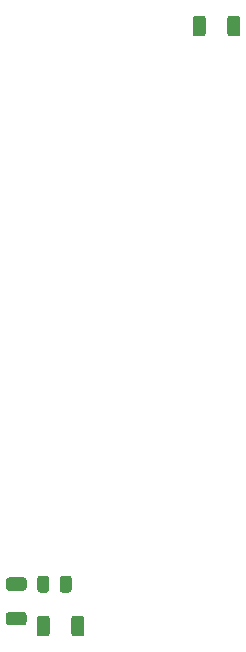
<source format=gbr>
%TF.GenerationSoftware,KiCad,Pcbnew,(5.1.9)-1*%
%TF.CreationDate,2021-09-20T18:56:34+02:00*%
%TF.ProjectId,deep blue delay,64656570-2062-46c7-9565-2064656c6179,rev?*%
%TF.SameCoordinates,Original*%
%TF.FileFunction,Paste,Top*%
%TF.FilePolarity,Positive*%
%FSLAX46Y46*%
G04 Gerber Fmt 4.6, Leading zero omitted, Abs format (unit mm)*
G04 Created by KiCad (PCBNEW (5.1.9)-1) date 2021-09-20 18:56:34*
%MOMM*%
%LPD*%
G01*
G04 APERTURE LIST*
G04 APERTURE END LIST*
%TO.C,R6*%
G36*
G01*
X32312500Y64125001D02*
X32312500Y62874999D01*
G75*
G02*
X32062501Y62625000I-249999J0D01*
G01*
X31437499Y62625000D01*
G75*
G02*
X31187500Y62874999I0J249999D01*
G01*
X31187500Y64125001D01*
G75*
G02*
X31437499Y64375000I249999J0D01*
G01*
X32062501Y64375000D01*
G75*
G02*
X32312500Y64125001I0J-249999D01*
G01*
G37*
G36*
G01*
X35237500Y64125001D02*
X35237500Y62874999D01*
G75*
G02*
X34987501Y62625000I-249999J0D01*
G01*
X34362499Y62625000D01*
G75*
G02*
X34112500Y62874999I0J249999D01*
G01*
X34112500Y64125001D01*
G75*
G02*
X34362499Y64375000I249999J0D01*
G01*
X34987501Y64375000D01*
G75*
G02*
X35237500Y64125001I0J-249999D01*
G01*
G37*
%TD*%
%TO.C,R14*%
G36*
G01*
X19104500Y13325001D02*
X19104500Y12074999D01*
G75*
G02*
X18854501Y11825000I-249999J0D01*
G01*
X18229499Y11825000D01*
G75*
G02*
X17979500Y12074999I0J249999D01*
G01*
X17979500Y13325001D01*
G75*
G02*
X18229499Y13575000I249999J0D01*
G01*
X18854501Y13575000D01*
G75*
G02*
X19104500Y13325001I0J-249999D01*
G01*
G37*
G36*
G01*
X22029500Y13325001D02*
X22029500Y12074999D01*
G75*
G02*
X21779501Y11825000I-249999J0D01*
G01*
X21154499Y11825000D01*
G75*
G02*
X20904500Y12074999I0J249999D01*
G01*
X20904500Y13325001D01*
G75*
G02*
X21154499Y13575000I249999J0D01*
G01*
X21779501Y13575000D01*
G75*
G02*
X22029500Y13325001I0J-249999D01*
G01*
G37*
%TD*%
%TO.C,R12*%
G36*
G01*
X16881001Y15693500D02*
X15630999Y15693500D01*
G75*
G02*
X15381000Y15943499I0J249999D01*
G01*
X15381000Y16568501D01*
G75*
G02*
X15630999Y16818500I249999J0D01*
G01*
X16881001Y16818500D01*
G75*
G02*
X17131000Y16568501I0J-249999D01*
G01*
X17131000Y15943499D01*
G75*
G02*
X16881001Y15693500I-249999J0D01*
G01*
G37*
G36*
G01*
X16881001Y12768500D02*
X15630999Y12768500D01*
G75*
G02*
X15381000Y13018499I0J249999D01*
G01*
X15381000Y13643501D01*
G75*
G02*
X15630999Y13893500I249999J0D01*
G01*
X16881001Y13893500D01*
G75*
G02*
X17131000Y13643501I0J-249999D01*
G01*
X17131000Y13018499D01*
G75*
G02*
X16881001Y12768500I-249999J0D01*
G01*
G37*
%TD*%
%TO.C,C14*%
G36*
G01*
X19942000Y15781000D02*
X19942000Y16731000D01*
G75*
G02*
X20192000Y16981000I250000J0D01*
G01*
X20692000Y16981000D01*
G75*
G02*
X20942000Y16731000I0J-250000D01*
G01*
X20942000Y15781000D01*
G75*
G02*
X20692000Y15531000I-250000J0D01*
G01*
X20192000Y15531000D01*
G75*
G02*
X19942000Y15781000I0J250000D01*
G01*
G37*
G36*
G01*
X18042000Y15781000D02*
X18042000Y16731000D01*
G75*
G02*
X18292000Y16981000I250000J0D01*
G01*
X18792000Y16981000D01*
G75*
G02*
X19042000Y16731000I0J-250000D01*
G01*
X19042000Y15781000D01*
G75*
G02*
X18792000Y15531000I-250000J0D01*
G01*
X18292000Y15531000D01*
G75*
G02*
X18042000Y15781000I0J250000D01*
G01*
G37*
%TD*%
M02*

</source>
